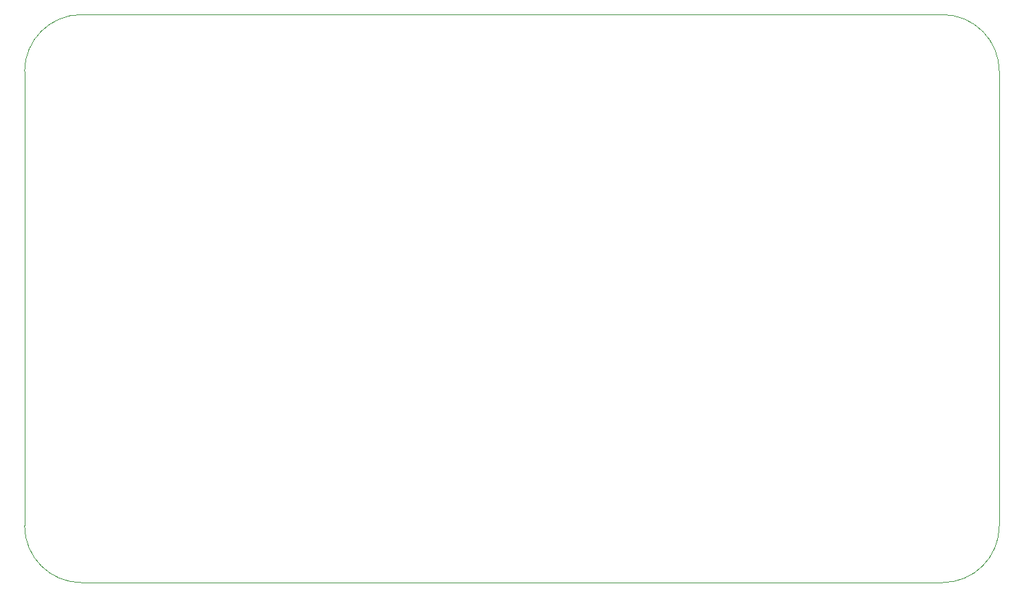
<source format=gbr>
%TF.GenerationSoftware,KiCad,Pcbnew,8.0.4*%
%TF.CreationDate,2024-08-07T19:09:06+02:00*%
%TF.ProjectId,ELE0124CL_power_buck,454c4530-3132-4344-934c-5f706f776572,1.0*%
%TF.SameCoordinates,Original*%
%TF.FileFunction,Profile,NP*%
%FSLAX46Y46*%
G04 Gerber Fmt 4.6, Leading zero omitted, Abs format (unit mm)*
G04 Created by KiCad (PCBNEW 8.0.4) date 2024-08-07 19:09:06*
%MOMM*%
%LPD*%
G01*
G04 APERTURE LIST*
%TA.AperFunction,Profile*%
%ADD10C,0.050000*%
%TD*%
G04 APERTURE END LIST*
D10*
X77000000Y-130000000D02*
G75*
G02*
X70000000Y-123000000I0J7000000D01*
G01*
X70000000Y-67000000D02*
X70000000Y-123000000D01*
X77000000Y-130000000D02*
X183000000Y-130000000D01*
X183000000Y-60000000D02*
X77000000Y-60000000D01*
X183000000Y-60000000D02*
G75*
G02*
X190000000Y-67000000I0J-7000000D01*
G01*
X190000000Y-123000000D02*
G75*
G02*
X183000000Y-130000000I-7000000J0D01*
G01*
X70000000Y-67000000D02*
G75*
G02*
X77000000Y-60000000I7000000J0D01*
G01*
X190000000Y-123000000D02*
X190000000Y-67000000D01*
M02*

</source>
